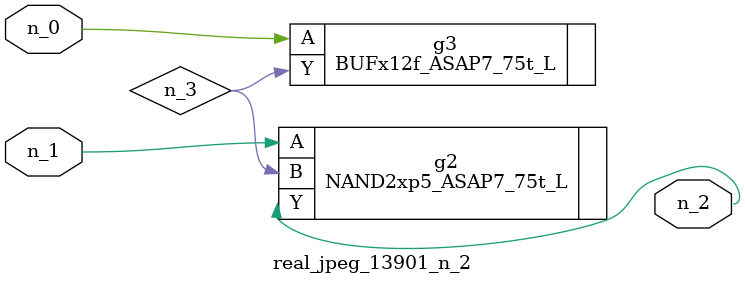
<source format=v>
module real_jpeg_13901_n_2 (n_1, n_0, n_2);

input n_1;
input n_0;

output n_2;

wire n_3;

BUFx12f_ASAP7_75t_L g3 ( 
.A(n_0),
.Y(n_3)
);

NAND2xp5_ASAP7_75t_L g2 ( 
.A(n_1),
.B(n_3),
.Y(n_2)
);


endmodule
</source>
